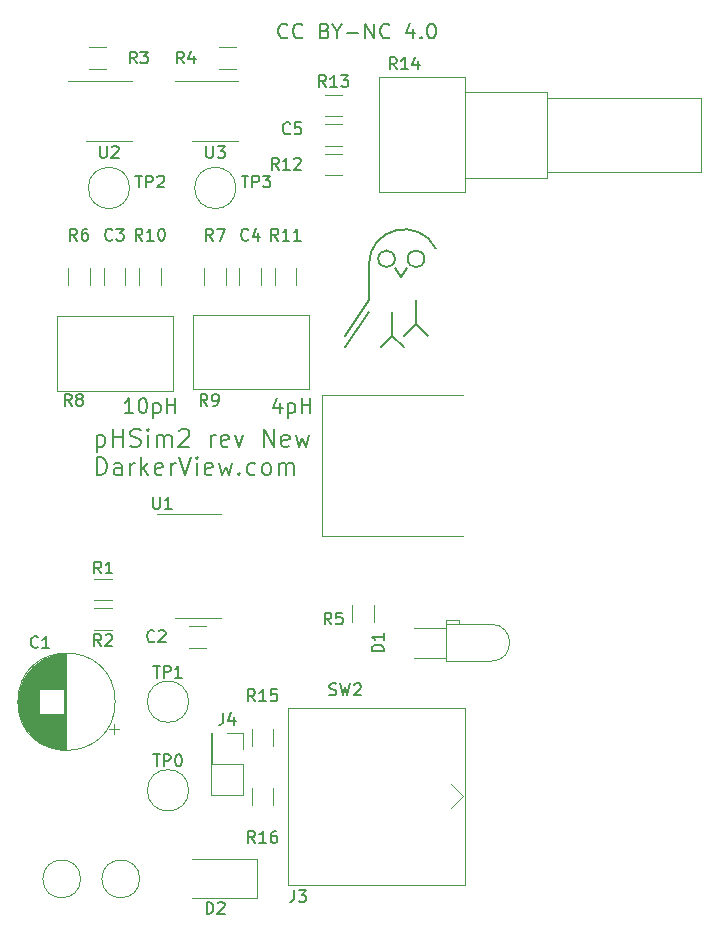
<source format=gbr>
%TF.GenerationSoftware,KiCad,Pcbnew,7.0.7*%
%TF.CreationDate,2024-05-16T13:05:52-10:00*%
%TF.ProjectId,pHSim2,70485369-6d32-42e6-9b69-6361645f7063,rev?*%
%TF.SameCoordinates,Original*%
%TF.FileFunction,Legend,Top*%
%TF.FilePolarity,Positive*%
%FSLAX46Y46*%
G04 Gerber Fmt 4.6, Leading zero omitted, Abs format (unit mm)*
G04 Created by KiCad (PCBNEW 7.0.7) date 2024-05-16 13:05:52*
%MOMM*%
%LPD*%
G01*
G04 APERTURE LIST*
%ADD10C,0.150000*%
%ADD11C,0.120000*%
%ADD12C,0.100000*%
%ADD13C,0.200000*%
G04 APERTURE END LIST*
D10*
X125110588Y-63720176D02*
X125051064Y-63779700D01*
X125051064Y-63779700D02*
X124872493Y-63839223D01*
X124872493Y-63839223D02*
X124753445Y-63839223D01*
X124753445Y-63839223D02*
X124574874Y-63779700D01*
X124574874Y-63779700D02*
X124455826Y-63660652D01*
X124455826Y-63660652D02*
X124396303Y-63541604D01*
X124396303Y-63541604D02*
X124336779Y-63303509D01*
X124336779Y-63303509D02*
X124336779Y-63124938D01*
X124336779Y-63124938D02*
X124396303Y-62886842D01*
X124396303Y-62886842D02*
X124455826Y-62767795D01*
X124455826Y-62767795D02*
X124574874Y-62648747D01*
X124574874Y-62648747D02*
X124753445Y-62589223D01*
X124753445Y-62589223D02*
X124872493Y-62589223D01*
X124872493Y-62589223D02*
X125051064Y-62648747D01*
X125051064Y-62648747D02*
X125110588Y-62708271D01*
X126360588Y-63720176D02*
X126301064Y-63779700D01*
X126301064Y-63779700D02*
X126122493Y-63839223D01*
X126122493Y-63839223D02*
X126003445Y-63839223D01*
X126003445Y-63839223D02*
X125824874Y-63779700D01*
X125824874Y-63779700D02*
X125705826Y-63660652D01*
X125705826Y-63660652D02*
X125646303Y-63541604D01*
X125646303Y-63541604D02*
X125586779Y-63303509D01*
X125586779Y-63303509D02*
X125586779Y-63124938D01*
X125586779Y-63124938D02*
X125646303Y-62886842D01*
X125646303Y-62886842D02*
X125705826Y-62767795D01*
X125705826Y-62767795D02*
X125824874Y-62648747D01*
X125824874Y-62648747D02*
X126003445Y-62589223D01*
X126003445Y-62589223D02*
X126122493Y-62589223D01*
X126122493Y-62589223D02*
X126301064Y-62648747D01*
X126301064Y-62648747D02*
X126360588Y-62708271D01*
X128265350Y-63184461D02*
X128443922Y-63243985D01*
X128443922Y-63243985D02*
X128503445Y-63303509D01*
X128503445Y-63303509D02*
X128562969Y-63422557D01*
X128562969Y-63422557D02*
X128562969Y-63601128D01*
X128562969Y-63601128D02*
X128503445Y-63720176D01*
X128503445Y-63720176D02*
X128443922Y-63779700D01*
X128443922Y-63779700D02*
X128324874Y-63839223D01*
X128324874Y-63839223D02*
X127848684Y-63839223D01*
X127848684Y-63839223D02*
X127848684Y-62589223D01*
X127848684Y-62589223D02*
X128265350Y-62589223D01*
X128265350Y-62589223D02*
X128384398Y-62648747D01*
X128384398Y-62648747D02*
X128443922Y-62708271D01*
X128443922Y-62708271D02*
X128503445Y-62827319D01*
X128503445Y-62827319D02*
X128503445Y-62946366D01*
X128503445Y-62946366D02*
X128443922Y-63065414D01*
X128443922Y-63065414D02*
X128384398Y-63124938D01*
X128384398Y-63124938D02*
X128265350Y-63184461D01*
X128265350Y-63184461D02*
X127848684Y-63184461D01*
X129336779Y-63243985D02*
X129336779Y-63839223D01*
X128920112Y-62589223D02*
X129336779Y-63243985D01*
X129336779Y-63243985D02*
X129753445Y-62589223D01*
X130170113Y-63363033D02*
X131122494Y-63363033D01*
X131717732Y-63839223D02*
X131717732Y-62589223D01*
X131717732Y-62589223D02*
X132432017Y-63839223D01*
X132432017Y-63839223D02*
X132432017Y-62589223D01*
X133741541Y-63720176D02*
X133682017Y-63779700D01*
X133682017Y-63779700D02*
X133503446Y-63839223D01*
X133503446Y-63839223D02*
X133384398Y-63839223D01*
X133384398Y-63839223D02*
X133205827Y-63779700D01*
X133205827Y-63779700D02*
X133086779Y-63660652D01*
X133086779Y-63660652D02*
X133027256Y-63541604D01*
X133027256Y-63541604D02*
X132967732Y-63303509D01*
X132967732Y-63303509D02*
X132967732Y-63124938D01*
X132967732Y-63124938D02*
X133027256Y-62886842D01*
X133027256Y-62886842D02*
X133086779Y-62767795D01*
X133086779Y-62767795D02*
X133205827Y-62648747D01*
X133205827Y-62648747D02*
X133384398Y-62589223D01*
X133384398Y-62589223D02*
X133503446Y-62589223D01*
X133503446Y-62589223D02*
X133682017Y-62648747D01*
X133682017Y-62648747D02*
X133741541Y-62708271D01*
X135765351Y-63005890D02*
X135765351Y-63839223D01*
X135467732Y-62529700D02*
X135170113Y-63422557D01*
X135170113Y-63422557D02*
X135943922Y-63422557D01*
X136420113Y-63720176D02*
X136479636Y-63779700D01*
X136479636Y-63779700D02*
X136420113Y-63839223D01*
X136420113Y-63839223D02*
X136360589Y-63779700D01*
X136360589Y-63779700D02*
X136420113Y-63720176D01*
X136420113Y-63720176D02*
X136420113Y-63839223D01*
X137253446Y-62589223D02*
X137372493Y-62589223D01*
X137372493Y-62589223D02*
X137491541Y-62648747D01*
X137491541Y-62648747D02*
X137551065Y-62708271D01*
X137551065Y-62708271D02*
X137610589Y-62827319D01*
X137610589Y-62827319D02*
X137670112Y-63065414D01*
X137670112Y-63065414D02*
X137670112Y-63363033D01*
X137670112Y-63363033D02*
X137610589Y-63601128D01*
X137610589Y-63601128D02*
X137551065Y-63720176D01*
X137551065Y-63720176D02*
X137491541Y-63779700D01*
X137491541Y-63779700D02*
X137372493Y-63839223D01*
X137372493Y-63839223D02*
X137253446Y-63839223D01*
X137253446Y-63839223D02*
X137134398Y-63779700D01*
X137134398Y-63779700D02*
X137074874Y-63720176D01*
X137074874Y-63720176D02*
X137015351Y-63601128D01*
X137015351Y-63601128D02*
X136955827Y-63363033D01*
X136955827Y-63363033D02*
X136955827Y-63065414D01*
X136955827Y-63065414D02*
X137015351Y-62827319D01*
X137015351Y-62827319D02*
X137074874Y-62708271D01*
X137074874Y-62708271D02*
X137134398Y-62648747D01*
X137134398Y-62648747D02*
X137253446Y-62589223D01*
X108955826Y-97393628D02*
X108955826Y-98893628D01*
X108955826Y-97465057D02*
X109098684Y-97393628D01*
X109098684Y-97393628D02*
X109384398Y-97393628D01*
X109384398Y-97393628D02*
X109527255Y-97465057D01*
X109527255Y-97465057D02*
X109598684Y-97536485D01*
X109598684Y-97536485D02*
X109670112Y-97679342D01*
X109670112Y-97679342D02*
X109670112Y-98107914D01*
X109670112Y-98107914D02*
X109598684Y-98250771D01*
X109598684Y-98250771D02*
X109527255Y-98322200D01*
X109527255Y-98322200D02*
X109384398Y-98393628D01*
X109384398Y-98393628D02*
X109098684Y-98393628D01*
X109098684Y-98393628D02*
X108955826Y-98322200D01*
X110312969Y-98393628D02*
X110312969Y-96893628D01*
X110312969Y-97607914D02*
X111170112Y-97607914D01*
X111170112Y-98393628D02*
X111170112Y-96893628D01*
X111812970Y-98322200D02*
X112027256Y-98393628D01*
X112027256Y-98393628D02*
X112384398Y-98393628D01*
X112384398Y-98393628D02*
X112527256Y-98322200D01*
X112527256Y-98322200D02*
X112598684Y-98250771D01*
X112598684Y-98250771D02*
X112670113Y-98107914D01*
X112670113Y-98107914D02*
X112670113Y-97965057D01*
X112670113Y-97965057D02*
X112598684Y-97822200D01*
X112598684Y-97822200D02*
X112527256Y-97750771D01*
X112527256Y-97750771D02*
X112384398Y-97679342D01*
X112384398Y-97679342D02*
X112098684Y-97607914D01*
X112098684Y-97607914D02*
X111955827Y-97536485D01*
X111955827Y-97536485D02*
X111884398Y-97465057D01*
X111884398Y-97465057D02*
X111812970Y-97322200D01*
X111812970Y-97322200D02*
X111812970Y-97179342D01*
X111812970Y-97179342D02*
X111884398Y-97036485D01*
X111884398Y-97036485D02*
X111955827Y-96965057D01*
X111955827Y-96965057D02*
X112098684Y-96893628D01*
X112098684Y-96893628D02*
X112455827Y-96893628D01*
X112455827Y-96893628D02*
X112670113Y-96965057D01*
X113312969Y-98393628D02*
X113312969Y-97393628D01*
X113312969Y-96893628D02*
X113241541Y-96965057D01*
X113241541Y-96965057D02*
X113312969Y-97036485D01*
X113312969Y-97036485D02*
X113384398Y-96965057D01*
X113384398Y-96965057D02*
X113312969Y-96893628D01*
X113312969Y-96893628D02*
X113312969Y-97036485D01*
X114027255Y-98393628D02*
X114027255Y-97393628D01*
X114027255Y-97536485D02*
X114098684Y-97465057D01*
X114098684Y-97465057D02*
X114241541Y-97393628D01*
X114241541Y-97393628D02*
X114455827Y-97393628D01*
X114455827Y-97393628D02*
X114598684Y-97465057D01*
X114598684Y-97465057D02*
X114670113Y-97607914D01*
X114670113Y-97607914D02*
X114670113Y-98393628D01*
X114670113Y-97607914D02*
X114741541Y-97465057D01*
X114741541Y-97465057D02*
X114884398Y-97393628D01*
X114884398Y-97393628D02*
X115098684Y-97393628D01*
X115098684Y-97393628D02*
X115241541Y-97465057D01*
X115241541Y-97465057D02*
X115312970Y-97607914D01*
X115312970Y-97607914D02*
X115312970Y-98393628D01*
X115955827Y-97036485D02*
X116027255Y-96965057D01*
X116027255Y-96965057D02*
X116170113Y-96893628D01*
X116170113Y-96893628D02*
X116527255Y-96893628D01*
X116527255Y-96893628D02*
X116670113Y-96965057D01*
X116670113Y-96965057D02*
X116741541Y-97036485D01*
X116741541Y-97036485D02*
X116812970Y-97179342D01*
X116812970Y-97179342D02*
X116812970Y-97322200D01*
X116812970Y-97322200D02*
X116741541Y-97536485D01*
X116741541Y-97536485D02*
X115884398Y-98393628D01*
X115884398Y-98393628D02*
X116812970Y-98393628D01*
X118598683Y-98393628D02*
X118598683Y-97393628D01*
X118598683Y-97679342D02*
X118670112Y-97536485D01*
X118670112Y-97536485D02*
X118741541Y-97465057D01*
X118741541Y-97465057D02*
X118884398Y-97393628D01*
X118884398Y-97393628D02*
X119027255Y-97393628D01*
X120098683Y-98322200D02*
X119955826Y-98393628D01*
X119955826Y-98393628D02*
X119670112Y-98393628D01*
X119670112Y-98393628D02*
X119527254Y-98322200D01*
X119527254Y-98322200D02*
X119455826Y-98179342D01*
X119455826Y-98179342D02*
X119455826Y-97607914D01*
X119455826Y-97607914D02*
X119527254Y-97465057D01*
X119527254Y-97465057D02*
X119670112Y-97393628D01*
X119670112Y-97393628D02*
X119955826Y-97393628D01*
X119955826Y-97393628D02*
X120098683Y-97465057D01*
X120098683Y-97465057D02*
X120170112Y-97607914D01*
X120170112Y-97607914D02*
X120170112Y-97750771D01*
X120170112Y-97750771D02*
X119455826Y-97893628D01*
X120670111Y-97393628D02*
X121027254Y-98393628D01*
X121027254Y-98393628D02*
X121384397Y-97393628D01*
X123098682Y-98393628D02*
X123098682Y-96893628D01*
X123098682Y-96893628D02*
X123955825Y-98393628D01*
X123955825Y-98393628D02*
X123955825Y-96893628D01*
X125241540Y-98322200D02*
X125098683Y-98393628D01*
X125098683Y-98393628D02*
X124812969Y-98393628D01*
X124812969Y-98393628D02*
X124670111Y-98322200D01*
X124670111Y-98322200D02*
X124598683Y-98179342D01*
X124598683Y-98179342D02*
X124598683Y-97607914D01*
X124598683Y-97607914D02*
X124670111Y-97465057D01*
X124670111Y-97465057D02*
X124812969Y-97393628D01*
X124812969Y-97393628D02*
X125098683Y-97393628D01*
X125098683Y-97393628D02*
X125241540Y-97465057D01*
X125241540Y-97465057D02*
X125312969Y-97607914D01*
X125312969Y-97607914D02*
X125312969Y-97750771D01*
X125312969Y-97750771D02*
X124598683Y-97893628D01*
X125812968Y-97393628D02*
X126098683Y-98393628D01*
X126098683Y-98393628D02*
X126384397Y-97679342D01*
X126384397Y-97679342D02*
X126670111Y-98393628D01*
X126670111Y-98393628D02*
X126955825Y-97393628D01*
X108955826Y-100808628D02*
X108955826Y-99308628D01*
X108955826Y-99308628D02*
X109312969Y-99308628D01*
X109312969Y-99308628D02*
X109527255Y-99380057D01*
X109527255Y-99380057D02*
X109670112Y-99522914D01*
X109670112Y-99522914D02*
X109741541Y-99665771D01*
X109741541Y-99665771D02*
X109812969Y-99951485D01*
X109812969Y-99951485D02*
X109812969Y-100165771D01*
X109812969Y-100165771D02*
X109741541Y-100451485D01*
X109741541Y-100451485D02*
X109670112Y-100594342D01*
X109670112Y-100594342D02*
X109527255Y-100737200D01*
X109527255Y-100737200D02*
X109312969Y-100808628D01*
X109312969Y-100808628D02*
X108955826Y-100808628D01*
X111098684Y-100808628D02*
X111098684Y-100022914D01*
X111098684Y-100022914D02*
X111027255Y-99880057D01*
X111027255Y-99880057D02*
X110884398Y-99808628D01*
X110884398Y-99808628D02*
X110598684Y-99808628D01*
X110598684Y-99808628D02*
X110455826Y-99880057D01*
X111098684Y-100737200D02*
X110955826Y-100808628D01*
X110955826Y-100808628D02*
X110598684Y-100808628D01*
X110598684Y-100808628D02*
X110455826Y-100737200D01*
X110455826Y-100737200D02*
X110384398Y-100594342D01*
X110384398Y-100594342D02*
X110384398Y-100451485D01*
X110384398Y-100451485D02*
X110455826Y-100308628D01*
X110455826Y-100308628D02*
X110598684Y-100237200D01*
X110598684Y-100237200D02*
X110955826Y-100237200D01*
X110955826Y-100237200D02*
X111098684Y-100165771D01*
X111812969Y-100808628D02*
X111812969Y-99808628D01*
X111812969Y-100094342D02*
X111884398Y-99951485D01*
X111884398Y-99951485D02*
X111955827Y-99880057D01*
X111955827Y-99880057D02*
X112098684Y-99808628D01*
X112098684Y-99808628D02*
X112241541Y-99808628D01*
X112741540Y-100808628D02*
X112741540Y-99308628D01*
X112884398Y-100237200D02*
X113312969Y-100808628D01*
X113312969Y-99808628D02*
X112741540Y-100380057D01*
X114527255Y-100737200D02*
X114384398Y-100808628D01*
X114384398Y-100808628D02*
X114098684Y-100808628D01*
X114098684Y-100808628D02*
X113955826Y-100737200D01*
X113955826Y-100737200D02*
X113884398Y-100594342D01*
X113884398Y-100594342D02*
X113884398Y-100022914D01*
X113884398Y-100022914D02*
X113955826Y-99880057D01*
X113955826Y-99880057D02*
X114098684Y-99808628D01*
X114098684Y-99808628D02*
X114384398Y-99808628D01*
X114384398Y-99808628D02*
X114527255Y-99880057D01*
X114527255Y-99880057D02*
X114598684Y-100022914D01*
X114598684Y-100022914D02*
X114598684Y-100165771D01*
X114598684Y-100165771D02*
X113884398Y-100308628D01*
X115241540Y-100808628D02*
X115241540Y-99808628D01*
X115241540Y-100094342D02*
X115312969Y-99951485D01*
X115312969Y-99951485D02*
X115384398Y-99880057D01*
X115384398Y-99880057D02*
X115527255Y-99808628D01*
X115527255Y-99808628D02*
X115670112Y-99808628D01*
X115955826Y-99308628D02*
X116455826Y-100808628D01*
X116455826Y-100808628D02*
X116955826Y-99308628D01*
X117455825Y-100808628D02*
X117455825Y-99808628D01*
X117455825Y-99308628D02*
X117384397Y-99380057D01*
X117384397Y-99380057D02*
X117455825Y-99451485D01*
X117455825Y-99451485D02*
X117527254Y-99380057D01*
X117527254Y-99380057D02*
X117455825Y-99308628D01*
X117455825Y-99308628D02*
X117455825Y-99451485D01*
X118741540Y-100737200D02*
X118598683Y-100808628D01*
X118598683Y-100808628D02*
X118312969Y-100808628D01*
X118312969Y-100808628D02*
X118170111Y-100737200D01*
X118170111Y-100737200D02*
X118098683Y-100594342D01*
X118098683Y-100594342D02*
X118098683Y-100022914D01*
X118098683Y-100022914D02*
X118170111Y-99880057D01*
X118170111Y-99880057D02*
X118312969Y-99808628D01*
X118312969Y-99808628D02*
X118598683Y-99808628D01*
X118598683Y-99808628D02*
X118741540Y-99880057D01*
X118741540Y-99880057D02*
X118812969Y-100022914D01*
X118812969Y-100022914D02*
X118812969Y-100165771D01*
X118812969Y-100165771D02*
X118098683Y-100308628D01*
X119312968Y-99808628D02*
X119598683Y-100808628D01*
X119598683Y-100808628D02*
X119884397Y-100094342D01*
X119884397Y-100094342D02*
X120170111Y-100808628D01*
X120170111Y-100808628D02*
X120455825Y-99808628D01*
X121027254Y-100665771D02*
X121098683Y-100737200D01*
X121098683Y-100737200D02*
X121027254Y-100808628D01*
X121027254Y-100808628D02*
X120955826Y-100737200D01*
X120955826Y-100737200D02*
X121027254Y-100665771D01*
X121027254Y-100665771D02*
X121027254Y-100808628D01*
X122384398Y-100737200D02*
X122241540Y-100808628D01*
X122241540Y-100808628D02*
X121955826Y-100808628D01*
X121955826Y-100808628D02*
X121812969Y-100737200D01*
X121812969Y-100737200D02*
X121741540Y-100665771D01*
X121741540Y-100665771D02*
X121670112Y-100522914D01*
X121670112Y-100522914D02*
X121670112Y-100094342D01*
X121670112Y-100094342D02*
X121741540Y-99951485D01*
X121741540Y-99951485D02*
X121812969Y-99880057D01*
X121812969Y-99880057D02*
X121955826Y-99808628D01*
X121955826Y-99808628D02*
X122241540Y-99808628D01*
X122241540Y-99808628D02*
X122384398Y-99880057D01*
X123241540Y-100808628D02*
X123098683Y-100737200D01*
X123098683Y-100737200D02*
X123027254Y-100665771D01*
X123027254Y-100665771D02*
X122955826Y-100522914D01*
X122955826Y-100522914D02*
X122955826Y-100094342D01*
X122955826Y-100094342D02*
X123027254Y-99951485D01*
X123027254Y-99951485D02*
X123098683Y-99880057D01*
X123098683Y-99880057D02*
X123241540Y-99808628D01*
X123241540Y-99808628D02*
X123455826Y-99808628D01*
X123455826Y-99808628D02*
X123598683Y-99880057D01*
X123598683Y-99880057D02*
X123670112Y-99951485D01*
X123670112Y-99951485D02*
X123741540Y-100094342D01*
X123741540Y-100094342D02*
X123741540Y-100522914D01*
X123741540Y-100522914D02*
X123670112Y-100665771D01*
X123670112Y-100665771D02*
X123598683Y-100737200D01*
X123598683Y-100737200D02*
X123455826Y-100808628D01*
X123455826Y-100808628D02*
X123241540Y-100808628D01*
X124384397Y-100808628D02*
X124384397Y-99808628D01*
X124384397Y-99951485D02*
X124455826Y-99880057D01*
X124455826Y-99880057D02*
X124598683Y-99808628D01*
X124598683Y-99808628D02*
X124812969Y-99808628D01*
X124812969Y-99808628D02*
X124955826Y-99880057D01*
X124955826Y-99880057D02*
X125027255Y-100022914D01*
X125027255Y-100022914D02*
X125027255Y-100808628D01*
X125027255Y-100022914D02*
X125098683Y-99880057D01*
X125098683Y-99880057D02*
X125241540Y-99808628D01*
X125241540Y-99808628D02*
X125455826Y-99808628D01*
X125455826Y-99808628D02*
X125598683Y-99880057D01*
X125598683Y-99880057D02*
X125670112Y-100022914D01*
X125670112Y-100022914D02*
X125670112Y-100808628D01*
X118333333Y-94954819D02*
X118000000Y-94478628D01*
X117761905Y-94954819D02*
X117761905Y-93954819D01*
X117761905Y-93954819D02*
X118142857Y-93954819D01*
X118142857Y-93954819D02*
X118238095Y-94002438D01*
X118238095Y-94002438D02*
X118285714Y-94050057D01*
X118285714Y-94050057D02*
X118333333Y-94145295D01*
X118333333Y-94145295D02*
X118333333Y-94288152D01*
X118333333Y-94288152D02*
X118285714Y-94383390D01*
X118285714Y-94383390D02*
X118238095Y-94431009D01*
X118238095Y-94431009D02*
X118142857Y-94478628D01*
X118142857Y-94478628D02*
X117761905Y-94478628D01*
X118809524Y-94954819D02*
X119000000Y-94954819D01*
X119000000Y-94954819D02*
X119095238Y-94907200D01*
X119095238Y-94907200D02*
X119142857Y-94859580D01*
X119142857Y-94859580D02*
X119238095Y-94716723D01*
X119238095Y-94716723D02*
X119285714Y-94526247D01*
X119285714Y-94526247D02*
X119285714Y-94145295D01*
X119285714Y-94145295D02*
X119238095Y-94050057D01*
X119238095Y-94050057D02*
X119190476Y-94002438D01*
X119190476Y-94002438D02*
X119095238Y-93954819D01*
X119095238Y-93954819D02*
X118904762Y-93954819D01*
X118904762Y-93954819D02*
X118809524Y-94002438D01*
X118809524Y-94002438D02*
X118761905Y-94050057D01*
X118761905Y-94050057D02*
X118714286Y-94145295D01*
X118714286Y-94145295D02*
X118714286Y-94383390D01*
X118714286Y-94383390D02*
X118761905Y-94478628D01*
X118761905Y-94478628D02*
X118809524Y-94526247D01*
X118809524Y-94526247D02*
X118904762Y-94573866D01*
X118904762Y-94573866D02*
X119095238Y-94573866D01*
X119095238Y-94573866D02*
X119190476Y-94526247D01*
X119190476Y-94526247D02*
X119238095Y-94478628D01*
X119238095Y-94478628D02*
X119285714Y-94383390D01*
X124517857Y-94737140D02*
X124517857Y-95570473D01*
X124220238Y-94260950D02*
X123922619Y-95153807D01*
X123922619Y-95153807D02*
X124696428Y-95153807D01*
X125172619Y-94737140D02*
X125172619Y-95987140D01*
X125172619Y-94796664D02*
X125291666Y-94737140D01*
X125291666Y-94737140D02*
X125529761Y-94737140D01*
X125529761Y-94737140D02*
X125648809Y-94796664D01*
X125648809Y-94796664D02*
X125708333Y-94856188D01*
X125708333Y-94856188D02*
X125767857Y-94975235D01*
X125767857Y-94975235D02*
X125767857Y-95332378D01*
X125767857Y-95332378D02*
X125708333Y-95451426D01*
X125708333Y-95451426D02*
X125648809Y-95510950D01*
X125648809Y-95510950D02*
X125529761Y-95570473D01*
X125529761Y-95570473D02*
X125291666Y-95570473D01*
X125291666Y-95570473D02*
X125172619Y-95510950D01*
X126303571Y-95570473D02*
X126303571Y-94320473D01*
X126303571Y-94915711D02*
X127017856Y-94915711D01*
X127017856Y-95570473D02*
X127017856Y-94320473D01*
X106833333Y-94954819D02*
X106500000Y-94478628D01*
X106261905Y-94954819D02*
X106261905Y-93954819D01*
X106261905Y-93954819D02*
X106642857Y-93954819D01*
X106642857Y-93954819D02*
X106738095Y-94002438D01*
X106738095Y-94002438D02*
X106785714Y-94050057D01*
X106785714Y-94050057D02*
X106833333Y-94145295D01*
X106833333Y-94145295D02*
X106833333Y-94288152D01*
X106833333Y-94288152D02*
X106785714Y-94383390D01*
X106785714Y-94383390D02*
X106738095Y-94431009D01*
X106738095Y-94431009D02*
X106642857Y-94478628D01*
X106642857Y-94478628D02*
X106261905Y-94478628D01*
X107404762Y-94383390D02*
X107309524Y-94335771D01*
X107309524Y-94335771D02*
X107261905Y-94288152D01*
X107261905Y-94288152D02*
X107214286Y-94192914D01*
X107214286Y-94192914D02*
X107214286Y-94145295D01*
X107214286Y-94145295D02*
X107261905Y-94050057D01*
X107261905Y-94050057D02*
X107309524Y-94002438D01*
X107309524Y-94002438D02*
X107404762Y-93954819D01*
X107404762Y-93954819D02*
X107595238Y-93954819D01*
X107595238Y-93954819D02*
X107690476Y-94002438D01*
X107690476Y-94002438D02*
X107738095Y-94050057D01*
X107738095Y-94050057D02*
X107785714Y-94145295D01*
X107785714Y-94145295D02*
X107785714Y-94192914D01*
X107785714Y-94192914D02*
X107738095Y-94288152D01*
X107738095Y-94288152D02*
X107690476Y-94335771D01*
X107690476Y-94335771D02*
X107595238Y-94383390D01*
X107595238Y-94383390D02*
X107404762Y-94383390D01*
X107404762Y-94383390D02*
X107309524Y-94431009D01*
X107309524Y-94431009D02*
X107261905Y-94478628D01*
X107261905Y-94478628D02*
X107214286Y-94573866D01*
X107214286Y-94573866D02*
X107214286Y-94764342D01*
X107214286Y-94764342D02*
X107261905Y-94859580D01*
X107261905Y-94859580D02*
X107309524Y-94907200D01*
X107309524Y-94907200D02*
X107404762Y-94954819D01*
X107404762Y-94954819D02*
X107595238Y-94954819D01*
X107595238Y-94954819D02*
X107690476Y-94907200D01*
X107690476Y-94907200D02*
X107738095Y-94859580D01*
X107738095Y-94859580D02*
X107785714Y-94764342D01*
X107785714Y-94764342D02*
X107785714Y-94573866D01*
X107785714Y-94573866D02*
X107738095Y-94478628D01*
X107738095Y-94478628D02*
X107690476Y-94431009D01*
X107690476Y-94431009D02*
X107595238Y-94383390D01*
X112041666Y-95570473D02*
X111327381Y-95570473D01*
X111684524Y-95570473D02*
X111684524Y-94320473D01*
X111684524Y-94320473D02*
X111565476Y-94499045D01*
X111565476Y-94499045D02*
X111446428Y-94618092D01*
X111446428Y-94618092D02*
X111327381Y-94677616D01*
X112815476Y-94320473D02*
X112934523Y-94320473D01*
X112934523Y-94320473D02*
X113053571Y-94379997D01*
X113053571Y-94379997D02*
X113113095Y-94439521D01*
X113113095Y-94439521D02*
X113172619Y-94558569D01*
X113172619Y-94558569D02*
X113232142Y-94796664D01*
X113232142Y-94796664D02*
X113232142Y-95094283D01*
X113232142Y-95094283D02*
X113172619Y-95332378D01*
X113172619Y-95332378D02*
X113113095Y-95451426D01*
X113113095Y-95451426D02*
X113053571Y-95510950D01*
X113053571Y-95510950D02*
X112934523Y-95570473D01*
X112934523Y-95570473D02*
X112815476Y-95570473D01*
X112815476Y-95570473D02*
X112696428Y-95510950D01*
X112696428Y-95510950D02*
X112636904Y-95451426D01*
X112636904Y-95451426D02*
X112577381Y-95332378D01*
X112577381Y-95332378D02*
X112517857Y-95094283D01*
X112517857Y-95094283D02*
X112517857Y-94796664D01*
X112517857Y-94796664D02*
X112577381Y-94558569D01*
X112577381Y-94558569D02*
X112636904Y-94439521D01*
X112636904Y-94439521D02*
X112696428Y-94379997D01*
X112696428Y-94379997D02*
X112815476Y-94320473D01*
X113767857Y-94737140D02*
X113767857Y-95987140D01*
X113767857Y-94796664D02*
X113886904Y-94737140D01*
X113886904Y-94737140D02*
X114124999Y-94737140D01*
X114124999Y-94737140D02*
X114244047Y-94796664D01*
X114244047Y-94796664D02*
X114303571Y-94856188D01*
X114303571Y-94856188D02*
X114363095Y-94975235D01*
X114363095Y-94975235D02*
X114363095Y-95332378D01*
X114363095Y-95332378D02*
X114303571Y-95451426D01*
X114303571Y-95451426D02*
X114244047Y-95510950D01*
X114244047Y-95510950D02*
X114124999Y-95570473D01*
X114124999Y-95570473D02*
X113886904Y-95570473D01*
X113886904Y-95570473D02*
X113767857Y-95510950D01*
X114898809Y-95570473D02*
X114898809Y-94320473D01*
X114898809Y-94915711D02*
X115613094Y-94915711D01*
X115613094Y-95570473D02*
X115613094Y-94320473D01*
X119666666Y-120954819D02*
X119666666Y-121669104D01*
X119666666Y-121669104D02*
X119619047Y-121811961D01*
X119619047Y-121811961D02*
X119523809Y-121907200D01*
X119523809Y-121907200D02*
X119380952Y-121954819D01*
X119380952Y-121954819D02*
X119285714Y-121954819D01*
X120571428Y-121288152D02*
X120571428Y-121954819D01*
X120333333Y-120907200D02*
X120095238Y-121621485D01*
X120095238Y-121621485D02*
X120714285Y-121621485D01*
X122357142Y-131954819D02*
X122023809Y-131478628D01*
X121785714Y-131954819D02*
X121785714Y-130954819D01*
X121785714Y-130954819D02*
X122166666Y-130954819D01*
X122166666Y-130954819D02*
X122261904Y-131002438D01*
X122261904Y-131002438D02*
X122309523Y-131050057D01*
X122309523Y-131050057D02*
X122357142Y-131145295D01*
X122357142Y-131145295D02*
X122357142Y-131288152D01*
X122357142Y-131288152D02*
X122309523Y-131383390D01*
X122309523Y-131383390D02*
X122261904Y-131431009D01*
X122261904Y-131431009D02*
X122166666Y-131478628D01*
X122166666Y-131478628D02*
X121785714Y-131478628D01*
X123309523Y-131954819D02*
X122738095Y-131954819D01*
X123023809Y-131954819D02*
X123023809Y-130954819D01*
X123023809Y-130954819D02*
X122928571Y-131097676D01*
X122928571Y-131097676D02*
X122833333Y-131192914D01*
X122833333Y-131192914D02*
X122738095Y-131240533D01*
X124166666Y-130954819D02*
X123976190Y-130954819D01*
X123976190Y-130954819D02*
X123880952Y-131002438D01*
X123880952Y-131002438D02*
X123833333Y-131050057D01*
X123833333Y-131050057D02*
X123738095Y-131192914D01*
X123738095Y-131192914D02*
X123690476Y-131383390D01*
X123690476Y-131383390D02*
X123690476Y-131764342D01*
X123690476Y-131764342D02*
X123738095Y-131859580D01*
X123738095Y-131859580D02*
X123785714Y-131907200D01*
X123785714Y-131907200D02*
X123880952Y-131954819D01*
X123880952Y-131954819D02*
X124071428Y-131954819D01*
X124071428Y-131954819D02*
X124166666Y-131907200D01*
X124166666Y-131907200D02*
X124214285Y-131859580D01*
X124214285Y-131859580D02*
X124261904Y-131764342D01*
X124261904Y-131764342D02*
X124261904Y-131526247D01*
X124261904Y-131526247D02*
X124214285Y-131431009D01*
X124214285Y-131431009D02*
X124166666Y-131383390D01*
X124166666Y-131383390D02*
X124071428Y-131335771D01*
X124071428Y-131335771D02*
X123880952Y-131335771D01*
X123880952Y-131335771D02*
X123785714Y-131383390D01*
X123785714Y-131383390D02*
X123738095Y-131431009D01*
X123738095Y-131431009D02*
X123690476Y-131526247D01*
X133244819Y-115743094D02*
X132244819Y-115743094D01*
X132244819Y-115743094D02*
X132244819Y-115504999D01*
X132244819Y-115504999D02*
X132292438Y-115362142D01*
X132292438Y-115362142D02*
X132387676Y-115266904D01*
X132387676Y-115266904D02*
X132482914Y-115219285D01*
X132482914Y-115219285D02*
X132673390Y-115171666D01*
X132673390Y-115171666D02*
X132816247Y-115171666D01*
X132816247Y-115171666D02*
X133006723Y-115219285D01*
X133006723Y-115219285D02*
X133101961Y-115266904D01*
X133101961Y-115266904D02*
X133197200Y-115362142D01*
X133197200Y-115362142D02*
X133244819Y-115504999D01*
X133244819Y-115504999D02*
X133244819Y-115743094D01*
X133244819Y-114219285D02*
X133244819Y-114790713D01*
X133244819Y-114504999D02*
X132244819Y-114504999D01*
X132244819Y-114504999D02*
X132387676Y-114600237D01*
X132387676Y-114600237D02*
X132482914Y-114695475D01*
X132482914Y-114695475D02*
X132530533Y-114790713D01*
X118238095Y-72954819D02*
X118238095Y-73764342D01*
X118238095Y-73764342D02*
X118285714Y-73859580D01*
X118285714Y-73859580D02*
X118333333Y-73907200D01*
X118333333Y-73907200D02*
X118428571Y-73954819D01*
X118428571Y-73954819D02*
X118619047Y-73954819D01*
X118619047Y-73954819D02*
X118714285Y-73907200D01*
X118714285Y-73907200D02*
X118761904Y-73859580D01*
X118761904Y-73859580D02*
X118809523Y-73764342D01*
X118809523Y-73764342D02*
X118809523Y-72954819D01*
X119190476Y-72954819D02*
X119809523Y-72954819D01*
X119809523Y-72954819D02*
X119476190Y-73335771D01*
X119476190Y-73335771D02*
X119619047Y-73335771D01*
X119619047Y-73335771D02*
X119714285Y-73383390D01*
X119714285Y-73383390D02*
X119761904Y-73431009D01*
X119761904Y-73431009D02*
X119809523Y-73526247D01*
X119809523Y-73526247D02*
X119809523Y-73764342D01*
X119809523Y-73764342D02*
X119761904Y-73859580D01*
X119761904Y-73859580D02*
X119714285Y-73907200D01*
X119714285Y-73907200D02*
X119619047Y-73954819D01*
X119619047Y-73954819D02*
X119333333Y-73954819D01*
X119333333Y-73954819D02*
X119238095Y-73907200D01*
X119238095Y-73907200D02*
X119190476Y-73859580D01*
X128833333Y-113454819D02*
X128500000Y-112978628D01*
X128261905Y-113454819D02*
X128261905Y-112454819D01*
X128261905Y-112454819D02*
X128642857Y-112454819D01*
X128642857Y-112454819D02*
X128738095Y-112502438D01*
X128738095Y-112502438D02*
X128785714Y-112550057D01*
X128785714Y-112550057D02*
X128833333Y-112645295D01*
X128833333Y-112645295D02*
X128833333Y-112788152D01*
X128833333Y-112788152D02*
X128785714Y-112883390D01*
X128785714Y-112883390D02*
X128738095Y-112931009D01*
X128738095Y-112931009D02*
X128642857Y-112978628D01*
X128642857Y-112978628D02*
X128261905Y-112978628D01*
X129738095Y-112454819D02*
X129261905Y-112454819D01*
X129261905Y-112454819D02*
X129214286Y-112931009D01*
X129214286Y-112931009D02*
X129261905Y-112883390D01*
X129261905Y-112883390D02*
X129357143Y-112835771D01*
X129357143Y-112835771D02*
X129595238Y-112835771D01*
X129595238Y-112835771D02*
X129690476Y-112883390D01*
X129690476Y-112883390D02*
X129738095Y-112931009D01*
X129738095Y-112931009D02*
X129785714Y-113026247D01*
X129785714Y-113026247D02*
X129785714Y-113264342D01*
X129785714Y-113264342D02*
X129738095Y-113359580D01*
X129738095Y-113359580D02*
X129690476Y-113407200D01*
X129690476Y-113407200D02*
X129595238Y-113454819D01*
X129595238Y-113454819D02*
X129357143Y-113454819D01*
X129357143Y-113454819D02*
X129261905Y-113407200D01*
X129261905Y-113407200D02*
X129214286Y-113359580D01*
X134357142Y-66454819D02*
X134023809Y-65978628D01*
X133785714Y-66454819D02*
X133785714Y-65454819D01*
X133785714Y-65454819D02*
X134166666Y-65454819D01*
X134166666Y-65454819D02*
X134261904Y-65502438D01*
X134261904Y-65502438D02*
X134309523Y-65550057D01*
X134309523Y-65550057D02*
X134357142Y-65645295D01*
X134357142Y-65645295D02*
X134357142Y-65788152D01*
X134357142Y-65788152D02*
X134309523Y-65883390D01*
X134309523Y-65883390D02*
X134261904Y-65931009D01*
X134261904Y-65931009D02*
X134166666Y-65978628D01*
X134166666Y-65978628D02*
X133785714Y-65978628D01*
X135309523Y-66454819D02*
X134738095Y-66454819D01*
X135023809Y-66454819D02*
X135023809Y-65454819D01*
X135023809Y-65454819D02*
X134928571Y-65597676D01*
X134928571Y-65597676D02*
X134833333Y-65692914D01*
X134833333Y-65692914D02*
X134738095Y-65740533D01*
X136166666Y-65788152D02*
X136166666Y-66454819D01*
X135928571Y-65407200D02*
X135690476Y-66121485D01*
X135690476Y-66121485D02*
X136309523Y-66121485D01*
X112238095Y-75454819D02*
X112809523Y-75454819D01*
X112523809Y-76454819D02*
X112523809Y-75454819D01*
X113142857Y-76454819D02*
X113142857Y-75454819D01*
X113142857Y-75454819D02*
X113523809Y-75454819D01*
X113523809Y-75454819D02*
X113619047Y-75502438D01*
X113619047Y-75502438D02*
X113666666Y-75550057D01*
X113666666Y-75550057D02*
X113714285Y-75645295D01*
X113714285Y-75645295D02*
X113714285Y-75788152D01*
X113714285Y-75788152D02*
X113666666Y-75883390D01*
X113666666Y-75883390D02*
X113619047Y-75931009D01*
X113619047Y-75931009D02*
X113523809Y-75978628D01*
X113523809Y-75978628D02*
X113142857Y-75978628D01*
X114095238Y-75550057D02*
X114142857Y-75502438D01*
X114142857Y-75502438D02*
X114238095Y-75454819D01*
X114238095Y-75454819D02*
X114476190Y-75454819D01*
X114476190Y-75454819D02*
X114571428Y-75502438D01*
X114571428Y-75502438D02*
X114619047Y-75550057D01*
X114619047Y-75550057D02*
X114666666Y-75645295D01*
X114666666Y-75645295D02*
X114666666Y-75740533D01*
X114666666Y-75740533D02*
X114619047Y-75883390D01*
X114619047Y-75883390D02*
X114047619Y-76454819D01*
X114047619Y-76454819D02*
X114666666Y-76454819D01*
X124357142Y-74954819D02*
X124023809Y-74478628D01*
X123785714Y-74954819D02*
X123785714Y-73954819D01*
X123785714Y-73954819D02*
X124166666Y-73954819D01*
X124166666Y-73954819D02*
X124261904Y-74002438D01*
X124261904Y-74002438D02*
X124309523Y-74050057D01*
X124309523Y-74050057D02*
X124357142Y-74145295D01*
X124357142Y-74145295D02*
X124357142Y-74288152D01*
X124357142Y-74288152D02*
X124309523Y-74383390D01*
X124309523Y-74383390D02*
X124261904Y-74431009D01*
X124261904Y-74431009D02*
X124166666Y-74478628D01*
X124166666Y-74478628D02*
X123785714Y-74478628D01*
X125309523Y-74954819D02*
X124738095Y-74954819D01*
X125023809Y-74954819D02*
X125023809Y-73954819D01*
X125023809Y-73954819D02*
X124928571Y-74097676D01*
X124928571Y-74097676D02*
X124833333Y-74192914D01*
X124833333Y-74192914D02*
X124738095Y-74240533D01*
X125690476Y-74050057D02*
X125738095Y-74002438D01*
X125738095Y-74002438D02*
X125833333Y-73954819D01*
X125833333Y-73954819D02*
X126071428Y-73954819D01*
X126071428Y-73954819D02*
X126166666Y-74002438D01*
X126166666Y-74002438D02*
X126214285Y-74050057D01*
X126214285Y-74050057D02*
X126261904Y-74145295D01*
X126261904Y-74145295D02*
X126261904Y-74240533D01*
X126261904Y-74240533D02*
X126214285Y-74383390D01*
X126214285Y-74383390D02*
X125642857Y-74954819D01*
X125642857Y-74954819D02*
X126261904Y-74954819D01*
X107293333Y-80954819D02*
X106960000Y-80478628D01*
X106721905Y-80954819D02*
X106721905Y-79954819D01*
X106721905Y-79954819D02*
X107102857Y-79954819D01*
X107102857Y-79954819D02*
X107198095Y-80002438D01*
X107198095Y-80002438D02*
X107245714Y-80050057D01*
X107245714Y-80050057D02*
X107293333Y-80145295D01*
X107293333Y-80145295D02*
X107293333Y-80288152D01*
X107293333Y-80288152D02*
X107245714Y-80383390D01*
X107245714Y-80383390D02*
X107198095Y-80431009D01*
X107198095Y-80431009D02*
X107102857Y-80478628D01*
X107102857Y-80478628D02*
X106721905Y-80478628D01*
X108150476Y-79954819D02*
X107960000Y-79954819D01*
X107960000Y-79954819D02*
X107864762Y-80002438D01*
X107864762Y-80002438D02*
X107817143Y-80050057D01*
X107817143Y-80050057D02*
X107721905Y-80192914D01*
X107721905Y-80192914D02*
X107674286Y-80383390D01*
X107674286Y-80383390D02*
X107674286Y-80764342D01*
X107674286Y-80764342D02*
X107721905Y-80859580D01*
X107721905Y-80859580D02*
X107769524Y-80907200D01*
X107769524Y-80907200D02*
X107864762Y-80954819D01*
X107864762Y-80954819D02*
X108055238Y-80954819D01*
X108055238Y-80954819D02*
X108150476Y-80907200D01*
X108150476Y-80907200D02*
X108198095Y-80859580D01*
X108198095Y-80859580D02*
X108245714Y-80764342D01*
X108245714Y-80764342D02*
X108245714Y-80526247D01*
X108245714Y-80526247D02*
X108198095Y-80431009D01*
X108198095Y-80431009D02*
X108150476Y-80383390D01*
X108150476Y-80383390D02*
X108055238Y-80335771D01*
X108055238Y-80335771D02*
X107864762Y-80335771D01*
X107864762Y-80335771D02*
X107769524Y-80383390D01*
X107769524Y-80383390D02*
X107721905Y-80431009D01*
X107721905Y-80431009D02*
X107674286Y-80526247D01*
X125333333Y-71859580D02*
X125285714Y-71907200D01*
X125285714Y-71907200D02*
X125142857Y-71954819D01*
X125142857Y-71954819D02*
X125047619Y-71954819D01*
X125047619Y-71954819D02*
X124904762Y-71907200D01*
X124904762Y-71907200D02*
X124809524Y-71811961D01*
X124809524Y-71811961D02*
X124761905Y-71716723D01*
X124761905Y-71716723D02*
X124714286Y-71526247D01*
X124714286Y-71526247D02*
X124714286Y-71383390D01*
X124714286Y-71383390D02*
X124761905Y-71192914D01*
X124761905Y-71192914D02*
X124809524Y-71097676D01*
X124809524Y-71097676D02*
X124904762Y-71002438D01*
X124904762Y-71002438D02*
X125047619Y-70954819D01*
X125047619Y-70954819D02*
X125142857Y-70954819D01*
X125142857Y-70954819D02*
X125285714Y-71002438D01*
X125285714Y-71002438D02*
X125333333Y-71050057D01*
X126238095Y-70954819D02*
X125761905Y-70954819D01*
X125761905Y-70954819D02*
X125714286Y-71431009D01*
X125714286Y-71431009D02*
X125761905Y-71383390D01*
X125761905Y-71383390D02*
X125857143Y-71335771D01*
X125857143Y-71335771D02*
X126095238Y-71335771D01*
X126095238Y-71335771D02*
X126190476Y-71383390D01*
X126190476Y-71383390D02*
X126238095Y-71431009D01*
X126238095Y-71431009D02*
X126285714Y-71526247D01*
X126285714Y-71526247D02*
X126285714Y-71764342D01*
X126285714Y-71764342D02*
X126238095Y-71859580D01*
X126238095Y-71859580D02*
X126190476Y-71907200D01*
X126190476Y-71907200D02*
X126095238Y-71954819D01*
X126095238Y-71954819D02*
X125857143Y-71954819D01*
X125857143Y-71954819D02*
X125761905Y-71907200D01*
X125761905Y-71907200D02*
X125714286Y-71859580D01*
X110293333Y-80859580D02*
X110245714Y-80907200D01*
X110245714Y-80907200D02*
X110102857Y-80954819D01*
X110102857Y-80954819D02*
X110007619Y-80954819D01*
X110007619Y-80954819D02*
X109864762Y-80907200D01*
X109864762Y-80907200D02*
X109769524Y-80811961D01*
X109769524Y-80811961D02*
X109721905Y-80716723D01*
X109721905Y-80716723D02*
X109674286Y-80526247D01*
X109674286Y-80526247D02*
X109674286Y-80383390D01*
X109674286Y-80383390D02*
X109721905Y-80192914D01*
X109721905Y-80192914D02*
X109769524Y-80097676D01*
X109769524Y-80097676D02*
X109864762Y-80002438D01*
X109864762Y-80002438D02*
X110007619Y-79954819D01*
X110007619Y-79954819D02*
X110102857Y-79954819D01*
X110102857Y-79954819D02*
X110245714Y-80002438D01*
X110245714Y-80002438D02*
X110293333Y-80050057D01*
X110626667Y-79954819D02*
X111245714Y-79954819D01*
X111245714Y-79954819D02*
X110912381Y-80335771D01*
X110912381Y-80335771D02*
X111055238Y-80335771D01*
X111055238Y-80335771D02*
X111150476Y-80383390D01*
X111150476Y-80383390D02*
X111198095Y-80431009D01*
X111198095Y-80431009D02*
X111245714Y-80526247D01*
X111245714Y-80526247D02*
X111245714Y-80764342D01*
X111245714Y-80764342D02*
X111198095Y-80859580D01*
X111198095Y-80859580D02*
X111150476Y-80907200D01*
X111150476Y-80907200D02*
X111055238Y-80954819D01*
X111055238Y-80954819D02*
X110769524Y-80954819D01*
X110769524Y-80954819D02*
X110674286Y-80907200D01*
X110674286Y-80907200D02*
X110626667Y-80859580D01*
X116333333Y-65954819D02*
X116000000Y-65478628D01*
X115761905Y-65954819D02*
X115761905Y-64954819D01*
X115761905Y-64954819D02*
X116142857Y-64954819D01*
X116142857Y-64954819D02*
X116238095Y-65002438D01*
X116238095Y-65002438D02*
X116285714Y-65050057D01*
X116285714Y-65050057D02*
X116333333Y-65145295D01*
X116333333Y-65145295D02*
X116333333Y-65288152D01*
X116333333Y-65288152D02*
X116285714Y-65383390D01*
X116285714Y-65383390D02*
X116238095Y-65431009D01*
X116238095Y-65431009D02*
X116142857Y-65478628D01*
X116142857Y-65478628D02*
X115761905Y-65478628D01*
X117190476Y-65288152D02*
X117190476Y-65954819D01*
X116952381Y-64907200D02*
X116714286Y-65621485D01*
X116714286Y-65621485D02*
X117333333Y-65621485D01*
X118261905Y-137954819D02*
X118261905Y-136954819D01*
X118261905Y-136954819D02*
X118500000Y-136954819D01*
X118500000Y-136954819D02*
X118642857Y-137002438D01*
X118642857Y-137002438D02*
X118738095Y-137097676D01*
X118738095Y-137097676D02*
X118785714Y-137192914D01*
X118785714Y-137192914D02*
X118833333Y-137383390D01*
X118833333Y-137383390D02*
X118833333Y-137526247D01*
X118833333Y-137526247D02*
X118785714Y-137716723D01*
X118785714Y-137716723D02*
X118738095Y-137811961D01*
X118738095Y-137811961D02*
X118642857Y-137907200D01*
X118642857Y-137907200D02*
X118500000Y-137954819D01*
X118500000Y-137954819D02*
X118261905Y-137954819D01*
X119214286Y-137050057D02*
X119261905Y-137002438D01*
X119261905Y-137002438D02*
X119357143Y-136954819D01*
X119357143Y-136954819D02*
X119595238Y-136954819D01*
X119595238Y-136954819D02*
X119690476Y-137002438D01*
X119690476Y-137002438D02*
X119738095Y-137050057D01*
X119738095Y-137050057D02*
X119785714Y-137145295D01*
X119785714Y-137145295D02*
X119785714Y-137240533D01*
X119785714Y-137240533D02*
X119738095Y-137383390D01*
X119738095Y-137383390D02*
X119166667Y-137954819D01*
X119166667Y-137954819D02*
X119785714Y-137954819D01*
X118793333Y-80954819D02*
X118460000Y-80478628D01*
X118221905Y-80954819D02*
X118221905Y-79954819D01*
X118221905Y-79954819D02*
X118602857Y-79954819D01*
X118602857Y-79954819D02*
X118698095Y-80002438D01*
X118698095Y-80002438D02*
X118745714Y-80050057D01*
X118745714Y-80050057D02*
X118793333Y-80145295D01*
X118793333Y-80145295D02*
X118793333Y-80288152D01*
X118793333Y-80288152D02*
X118745714Y-80383390D01*
X118745714Y-80383390D02*
X118698095Y-80431009D01*
X118698095Y-80431009D02*
X118602857Y-80478628D01*
X118602857Y-80478628D02*
X118221905Y-80478628D01*
X119126667Y-79954819D02*
X119793333Y-79954819D01*
X119793333Y-79954819D02*
X119364762Y-80954819D01*
X112817142Y-80954819D02*
X112483809Y-80478628D01*
X112245714Y-80954819D02*
X112245714Y-79954819D01*
X112245714Y-79954819D02*
X112626666Y-79954819D01*
X112626666Y-79954819D02*
X112721904Y-80002438D01*
X112721904Y-80002438D02*
X112769523Y-80050057D01*
X112769523Y-80050057D02*
X112817142Y-80145295D01*
X112817142Y-80145295D02*
X112817142Y-80288152D01*
X112817142Y-80288152D02*
X112769523Y-80383390D01*
X112769523Y-80383390D02*
X112721904Y-80431009D01*
X112721904Y-80431009D02*
X112626666Y-80478628D01*
X112626666Y-80478628D02*
X112245714Y-80478628D01*
X113769523Y-80954819D02*
X113198095Y-80954819D01*
X113483809Y-80954819D02*
X113483809Y-79954819D01*
X113483809Y-79954819D02*
X113388571Y-80097676D01*
X113388571Y-80097676D02*
X113293333Y-80192914D01*
X113293333Y-80192914D02*
X113198095Y-80240533D01*
X114388571Y-79954819D02*
X114483809Y-79954819D01*
X114483809Y-79954819D02*
X114579047Y-80002438D01*
X114579047Y-80002438D02*
X114626666Y-80050057D01*
X114626666Y-80050057D02*
X114674285Y-80145295D01*
X114674285Y-80145295D02*
X114721904Y-80335771D01*
X114721904Y-80335771D02*
X114721904Y-80573866D01*
X114721904Y-80573866D02*
X114674285Y-80764342D01*
X114674285Y-80764342D02*
X114626666Y-80859580D01*
X114626666Y-80859580D02*
X114579047Y-80907200D01*
X114579047Y-80907200D02*
X114483809Y-80954819D01*
X114483809Y-80954819D02*
X114388571Y-80954819D01*
X114388571Y-80954819D02*
X114293333Y-80907200D01*
X114293333Y-80907200D02*
X114245714Y-80859580D01*
X114245714Y-80859580D02*
X114198095Y-80764342D01*
X114198095Y-80764342D02*
X114150476Y-80573866D01*
X114150476Y-80573866D02*
X114150476Y-80335771D01*
X114150476Y-80335771D02*
X114198095Y-80145295D01*
X114198095Y-80145295D02*
X114245714Y-80050057D01*
X114245714Y-80050057D02*
X114293333Y-80002438D01*
X114293333Y-80002438D02*
X114388571Y-79954819D01*
X121793333Y-80859580D02*
X121745714Y-80907200D01*
X121745714Y-80907200D02*
X121602857Y-80954819D01*
X121602857Y-80954819D02*
X121507619Y-80954819D01*
X121507619Y-80954819D02*
X121364762Y-80907200D01*
X121364762Y-80907200D02*
X121269524Y-80811961D01*
X121269524Y-80811961D02*
X121221905Y-80716723D01*
X121221905Y-80716723D02*
X121174286Y-80526247D01*
X121174286Y-80526247D02*
X121174286Y-80383390D01*
X121174286Y-80383390D02*
X121221905Y-80192914D01*
X121221905Y-80192914D02*
X121269524Y-80097676D01*
X121269524Y-80097676D02*
X121364762Y-80002438D01*
X121364762Y-80002438D02*
X121507619Y-79954819D01*
X121507619Y-79954819D02*
X121602857Y-79954819D01*
X121602857Y-79954819D02*
X121745714Y-80002438D01*
X121745714Y-80002438D02*
X121793333Y-80050057D01*
X122650476Y-80288152D02*
X122650476Y-80954819D01*
X122412381Y-79907200D02*
X122174286Y-80621485D01*
X122174286Y-80621485D02*
X122793333Y-80621485D01*
X124317142Y-80954819D02*
X123983809Y-80478628D01*
X123745714Y-80954819D02*
X123745714Y-79954819D01*
X123745714Y-79954819D02*
X124126666Y-79954819D01*
X124126666Y-79954819D02*
X124221904Y-80002438D01*
X124221904Y-80002438D02*
X124269523Y-80050057D01*
X124269523Y-80050057D02*
X124317142Y-80145295D01*
X124317142Y-80145295D02*
X124317142Y-80288152D01*
X124317142Y-80288152D02*
X124269523Y-80383390D01*
X124269523Y-80383390D02*
X124221904Y-80431009D01*
X124221904Y-80431009D02*
X124126666Y-80478628D01*
X124126666Y-80478628D02*
X123745714Y-80478628D01*
X125269523Y-80954819D02*
X124698095Y-80954819D01*
X124983809Y-80954819D02*
X124983809Y-79954819D01*
X124983809Y-79954819D02*
X124888571Y-80097676D01*
X124888571Y-80097676D02*
X124793333Y-80192914D01*
X124793333Y-80192914D02*
X124698095Y-80240533D01*
X126221904Y-80954819D02*
X125650476Y-80954819D01*
X125936190Y-80954819D02*
X125936190Y-79954819D01*
X125936190Y-79954819D02*
X125840952Y-80097676D01*
X125840952Y-80097676D02*
X125745714Y-80192914D01*
X125745714Y-80192914D02*
X125650476Y-80240533D01*
X128357142Y-67954819D02*
X128023809Y-67478628D01*
X127785714Y-67954819D02*
X127785714Y-66954819D01*
X127785714Y-66954819D02*
X128166666Y-66954819D01*
X128166666Y-66954819D02*
X128261904Y-67002438D01*
X128261904Y-67002438D02*
X128309523Y-67050057D01*
X128309523Y-67050057D02*
X128357142Y-67145295D01*
X128357142Y-67145295D02*
X128357142Y-67288152D01*
X128357142Y-67288152D02*
X128309523Y-67383390D01*
X128309523Y-67383390D02*
X128261904Y-67431009D01*
X128261904Y-67431009D02*
X128166666Y-67478628D01*
X128166666Y-67478628D02*
X127785714Y-67478628D01*
X129309523Y-67954819D02*
X128738095Y-67954819D01*
X129023809Y-67954819D02*
X129023809Y-66954819D01*
X129023809Y-66954819D02*
X128928571Y-67097676D01*
X128928571Y-67097676D02*
X128833333Y-67192914D01*
X128833333Y-67192914D02*
X128738095Y-67240533D01*
X129642857Y-66954819D02*
X130261904Y-66954819D01*
X130261904Y-66954819D02*
X129928571Y-67335771D01*
X129928571Y-67335771D02*
X130071428Y-67335771D01*
X130071428Y-67335771D02*
X130166666Y-67383390D01*
X130166666Y-67383390D02*
X130214285Y-67431009D01*
X130214285Y-67431009D02*
X130261904Y-67526247D01*
X130261904Y-67526247D02*
X130261904Y-67764342D01*
X130261904Y-67764342D02*
X130214285Y-67859580D01*
X130214285Y-67859580D02*
X130166666Y-67907200D01*
X130166666Y-67907200D02*
X130071428Y-67954819D01*
X130071428Y-67954819D02*
X129785714Y-67954819D01*
X129785714Y-67954819D02*
X129690476Y-67907200D01*
X129690476Y-67907200D02*
X129642857Y-67859580D01*
X113738095Y-116954819D02*
X114309523Y-116954819D01*
X114023809Y-117954819D02*
X114023809Y-116954819D01*
X114642857Y-117954819D02*
X114642857Y-116954819D01*
X114642857Y-116954819D02*
X115023809Y-116954819D01*
X115023809Y-116954819D02*
X115119047Y-117002438D01*
X115119047Y-117002438D02*
X115166666Y-117050057D01*
X115166666Y-117050057D02*
X115214285Y-117145295D01*
X115214285Y-117145295D02*
X115214285Y-117288152D01*
X115214285Y-117288152D02*
X115166666Y-117383390D01*
X115166666Y-117383390D02*
X115119047Y-117431009D01*
X115119047Y-117431009D02*
X115023809Y-117478628D01*
X115023809Y-117478628D02*
X114642857Y-117478628D01*
X116166666Y-117954819D02*
X115595238Y-117954819D01*
X115880952Y-117954819D02*
X115880952Y-116954819D01*
X115880952Y-116954819D02*
X115785714Y-117097676D01*
X115785714Y-117097676D02*
X115690476Y-117192914D01*
X115690476Y-117192914D02*
X115595238Y-117240533D01*
X112333333Y-65954819D02*
X112000000Y-65478628D01*
X111761905Y-65954819D02*
X111761905Y-64954819D01*
X111761905Y-64954819D02*
X112142857Y-64954819D01*
X112142857Y-64954819D02*
X112238095Y-65002438D01*
X112238095Y-65002438D02*
X112285714Y-65050057D01*
X112285714Y-65050057D02*
X112333333Y-65145295D01*
X112333333Y-65145295D02*
X112333333Y-65288152D01*
X112333333Y-65288152D02*
X112285714Y-65383390D01*
X112285714Y-65383390D02*
X112238095Y-65431009D01*
X112238095Y-65431009D02*
X112142857Y-65478628D01*
X112142857Y-65478628D02*
X111761905Y-65478628D01*
X112666667Y-64954819D02*
X113285714Y-64954819D01*
X113285714Y-64954819D02*
X112952381Y-65335771D01*
X112952381Y-65335771D02*
X113095238Y-65335771D01*
X113095238Y-65335771D02*
X113190476Y-65383390D01*
X113190476Y-65383390D02*
X113238095Y-65431009D01*
X113238095Y-65431009D02*
X113285714Y-65526247D01*
X113285714Y-65526247D02*
X113285714Y-65764342D01*
X113285714Y-65764342D02*
X113238095Y-65859580D01*
X113238095Y-65859580D02*
X113190476Y-65907200D01*
X113190476Y-65907200D02*
X113095238Y-65954819D01*
X113095238Y-65954819D02*
X112809524Y-65954819D01*
X112809524Y-65954819D02*
X112714286Y-65907200D01*
X112714286Y-65907200D02*
X112666667Y-65859580D01*
X121238095Y-75454819D02*
X121809523Y-75454819D01*
X121523809Y-76454819D02*
X121523809Y-75454819D01*
X122142857Y-76454819D02*
X122142857Y-75454819D01*
X122142857Y-75454819D02*
X122523809Y-75454819D01*
X122523809Y-75454819D02*
X122619047Y-75502438D01*
X122619047Y-75502438D02*
X122666666Y-75550057D01*
X122666666Y-75550057D02*
X122714285Y-75645295D01*
X122714285Y-75645295D02*
X122714285Y-75788152D01*
X122714285Y-75788152D02*
X122666666Y-75883390D01*
X122666666Y-75883390D02*
X122619047Y-75931009D01*
X122619047Y-75931009D02*
X122523809Y-75978628D01*
X122523809Y-75978628D02*
X122142857Y-75978628D01*
X123047619Y-75454819D02*
X123666666Y-75454819D01*
X123666666Y-75454819D02*
X123333333Y-75835771D01*
X123333333Y-75835771D02*
X123476190Y-75835771D01*
X123476190Y-75835771D02*
X123571428Y-75883390D01*
X123571428Y-75883390D02*
X123619047Y-75931009D01*
X123619047Y-75931009D02*
X123666666Y-76026247D01*
X123666666Y-76026247D02*
X123666666Y-76264342D01*
X123666666Y-76264342D02*
X123619047Y-76359580D01*
X123619047Y-76359580D02*
X123571428Y-76407200D01*
X123571428Y-76407200D02*
X123476190Y-76454819D01*
X123476190Y-76454819D02*
X123190476Y-76454819D01*
X123190476Y-76454819D02*
X123095238Y-76407200D01*
X123095238Y-76407200D02*
X123047619Y-76359580D01*
X109238095Y-72954819D02*
X109238095Y-73764342D01*
X109238095Y-73764342D02*
X109285714Y-73859580D01*
X109285714Y-73859580D02*
X109333333Y-73907200D01*
X109333333Y-73907200D02*
X109428571Y-73954819D01*
X109428571Y-73954819D02*
X109619047Y-73954819D01*
X109619047Y-73954819D02*
X109714285Y-73907200D01*
X109714285Y-73907200D02*
X109761904Y-73859580D01*
X109761904Y-73859580D02*
X109809523Y-73764342D01*
X109809523Y-73764342D02*
X109809523Y-72954819D01*
X110238095Y-73050057D02*
X110285714Y-73002438D01*
X110285714Y-73002438D02*
X110380952Y-72954819D01*
X110380952Y-72954819D02*
X110619047Y-72954819D01*
X110619047Y-72954819D02*
X110714285Y-73002438D01*
X110714285Y-73002438D02*
X110761904Y-73050057D01*
X110761904Y-73050057D02*
X110809523Y-73145295D01*
X110809523Y-73145295D02*
X110809523Y-73240533D01*
X110809523Y-73240533D02*
X110761904Y-73383390D01*
X110761904Y-73383390D02*
X110190476Y-73954819D01*
X110190476Y-73954819D02*
X110809523Y-73954819D01*
X109333333Y-115274819D02*
X109000000Y-114798628D01*
X108761905Y-115274819D02*
X108761905Y-114274819D01*
X108761905Y-114274819D02*
X109142857Y-114274819D01*
X109142857Y-114274819D02*
X109238095Y-114322438D01*
X109238095Y-114322438D02*
X109285714Y-114370057D01*
X109285714Y-114370057D02*
X109333333Y-114465295D01*
X109333333Y-114465295D02*
X109333333Y-114608152D01*
X109333333Y-114608152D02*
X109285714Y-114703390D01*
X109285714Y-114703390D02*
X109238095Y-114751009D01*
X109238095Y-114751009D02*
X109142857Y-114798628D01*
X109142857Y-114798628D02*
X108761905Y-114798628D01*
X109714286Y-114370057D02*
X109761905Y-114322438D01*
X109761905Y-114322438D02*
X109857143Y-114274819D01*
X109857143Y-114274819D02*
X110095238Y-114274819D01*
X110095238Y-114274819D02*
X110190476Y-114322438D01*
X110190476Y-114322438D02*
X110238095Y-114370057D01*
X110238095Y-114370057D02*
X110285714Y-114465295D01*
X110285714Y-114465295D02*
X110285714Y-114560533D01*
X110285714Y-114560533D02*
X110238095Y-114703390D01*
X110238095Y-114703390D02*
X109666667Y-115274819D01*
X109666667Y-115274819D02*
X110285714Y-115274819D01*
X113833333Y-114859580D02*
X113785714Y-114907200D01*
X113785714Y-114907200D02*
X113642857Y-114954819D01*
X113642857Y-114954819D02*
X113547619Y-114954819D01*
X113547619Y-114954819D02*
X113404762Y-114907200D01*
X113404762Y-114907200D02*
X113309524Y-114811961D01*
X113309524Y-114811961D02*
X113261905Y-114716723D01*
X113261905Y-114716723D02*
X113214286Y-114526247D01*
X113214286Y-114526247D02*
X113214286Y-114383390D01*
X113214286Y-114383390D02*
X113261905Y-114192914D01*
X113261905Y-114192914D02*
X113309524Y-114097676D01*
X113309524Y-114097676D02*
X113404762Y-114002438D01*
X113404762Y-114002438D02*
X113547619Y-113954819D01*
X113547619Y-113954819D02*
X113642857Y-113954819D01*
X113642857Y-113954819D02*
X113785714Y-114002438D01*
X113785714Y-114002438D02*
X113833333Y-114050057D01*
X114214286Y-114050057D02*
X114261905Y-114002438D01*
X114261905Y-114002438D02*
X114357143Y-113954819D01*
X114357143Y-113954819D02*
X114595238Y-113954819D01*
X114595238Y-113954819D02*
X114690476Y-114002438D01*
X114690476Y-114002438D02*
X114738095Y-114050057D01*
X114738095Y-114050057D02*
X114785714Y-114145295D01*
X114785714Y-114145295D02*
X114785714Y-114240533D01*
X114785714Y-114240533D02*
X114738095Y-114383390D01*
X114738095Y-114383390D02*
X114166667Y-114954819D01*
X114166667Y-114954819D02*
X114785714Y-114954819D01*
X125666666Y-135954819D02*
X125666666Y-136669104D01*
X125666666Y-136669104D02*
X125619047Y-136811961D01*
X125619047Y-136811961D02*
X125523809Y-136907200D01*
X125523809Y-136907200D02*
X125380952Y-136954819D01*
X125380952Y-136954819D02*
X125285714Y-136954819D01*
X126047619Y-135954819D02*
X126666666Y-135954819D01*
X126666666Y-135954819D02*
X126333333Y-136335771D01*
X126333333Y-136335771D02*
X126476190Y-136335771D01*
X126476190Y-136335771D02*
X126571428Y-136383390D01*
X126571428Y-136383390D02*
X126619047Y-136431009D01*
X126619047Y-136431009D02*
X126666666Y-136526247D01*
X126666666Y-136526247D02*
X126666666Y-136764342D01*
X126666666Y-136764342D02*
X126619047Y-136859580D01*
X126619047Y-136859580D02*
X126571428Y-136907200D01*
X126571428Y-136907200D02*
X126476190Y-136954819D01*
X126476190Y-136954819D02*
X126190476Y-136954819D01*
X126190476Y-136954819D02*
X126095238Y-136907200D01*
X126095238Y-136907200D02*
X126047619Y-136859580D01*
X128666667Y-119407200D02*
X128809524Y-119454819D01*
X128809524Y-119454819D02*
X129047619Y-119454819D01*
X129047619Y-119454819D02*
X129142857Y-119407200D01*
X129142857Y-119407200D02*
X129190476Y-119359580D01*
X129190476Y-119359580D02*
X129238095Y-119264342D01*
X129238095Y-119264342D02*
X129238095Y-119169104D01*
X129238095Y-119169104D02*
X129190476Y-119073866D01*
X129190476Y-119073866D02*
X129142857Y-119026247D01*
X129142857Y-119026247D02*
X129047619Y-118978628D01*
X129047619Y-118978628D02*
X128857143Y-118931009D01*
X128857143Y-118931009D02*
X128761905Y-118883390D01*
X128761905Y-118883390D02*
X128714286Y-118835771D01*
X128714286Y-118835771D02*
X128666667Y-118740533D01*
X128666667Y-118740533D02*
X128666667Y-118645295D01*
X128666667Y-118645295D02*
X128714286Y-118550057D01*
X128714286Y-118550057D02*
X128761905Y-118502438D01*
X128761905Y-118502438D02*
X128857143Y-118454819D01*
X128857143Y-118454819D02*
X129095238Y-118454819D01*
X129095238Y-118454819D02*
X129238095Y-118502438D01*
X129571429Y-118454819D02*
X129809524Y-119454819D01*
X129809524Y-119454819D02*
X130000000Y-118740533D01*
X130000000Y-118740533D02*
X130190476Y-119454819D01*
X130190476Y-119454819D02*
X130428572Y-118454819D01*
X130761905Y-118550057D02*
X130809524Y-118502438D01*
X130809524Y-118502438D02*
X130904762Y-118454819D01*
X130904762Y-118454819D02*
X131142857Y-118454819D01*
X131142857Y-118454819D02*
X131238095Y-118502438D01*
X131238095Y-118502438D02*
X131285714Y-118550057D01*
X131285714Y-118550057D02*
X131333333Y-118645295D01*
X131333333Y-118645295D02*
X131333333Y-118740533D01*
X131333333Y-118740533D02*
X131285714Y-118883390D01*
X131285714Y-118883390D02*
X130714286Y-119454819D01*
X130714286Y-119454819D02*
X131333333Y-119454819D01*
X113738095Y-124454819D02*
X114309523Y-124454819D01*
X114023809Y-125454819D02*
X114023809Y-124454819D01*
X114642857Y-125454819D02*
X114642857Y-124454819D01*
X114642857Y-124454819D02*
X115023809Y-124454819D01*
X115023809Y-124454819D02*
X115119047Y-124502438D01*
X115119047Y-124502438D02*
X115166666Y-124550057D01*
X115166666Y-124550057D02*
X115214285Y-124645295D01*
X115214285Y-124645295D02*
X115214285Y-124788152D01*
X115214285Y-124788152D02*
X115166666Y-124883390D01*
X115166666Y-124883390D02*
X115119047Y-124931009D01*
X115119047Y-124931009D02*
X115023809Y-124978628D01*
X115023809Y-124978628D02*
X114642857Y-124978628D01*
X115833333Y-124454819D02*
X115928571Y-124454819D01*
X115928571Y-124454819D02*
X116023809Y-124502438D01*
X116023809Y-124502438D02*
X116071428Y-124550057D01*
X116071428Y-124550057D02*
X116119047Y-124645295D01*
X116119047Y-124645295D02*
X116166666Y-124835771D01*
X116166666Y-124835771D02*
X116166666Y-125073866D01*
X116166666Y-125073866D02*
X116119047Y-125264342D01*
X116119047Y-125264342D02*
X116071428Y-125359580D01*
X116071428Y-125359580D02*
X116023809Y-125407200D01*
X116023809Y-125407200D02*
X115928571Y-125454819D01*
X115928571Y-125454819D02*
X115833333Y-125454819D01*
X115833333Y-125454819D02*
X115738095Y-125407200D01*
X115738095Y-125407200D02*
X115690476Y-125359580D01*
X115690476Y-125359580D02*
X115642857Y-125264342D01*
X115642857Y-125264342D02*
X115595238Y-125073866D01*
X115595238Y-125073866D02*
X115595238Y-124835771D01*
X115595238Y-124835771D02*
X115642857Y-124645295D01*
X115642857Y-124645295D02*
X115690476Y-124550057D01*
X115690476Y-124550057D02*
X115738095Y-124502438D01*
X115738095Y-124502438D02*
X115833333Y-124454819D01*
X103985984Y-115359580D02*
X103938365Y-115407200D01*
X103938365Y-115407200D02*
X103795508Y-115454819D01*
X103795508Y-115454819D02*
X103700270Y-115454819D01*
X103700270Y-115454819D02*
X103557413Y-115407200D01*
X103557413Y-115407200D02*
X103462175Y-115311961D01*
X103462175Y-115311961D02*
X103414556Y-115216723D01*
X103414556Y-115216723D02*
X103366937Y-115026247D01*
X103366937Y-115026247D02*
X103366937Y-114883390D01*
X103366937Y-114883390D02*
X103414556Y-114692914D01*
X103414556Y-114692914D02*
X103462175Y-114597676D01*
X103462175Y-114597676D02*
X103557413Y-114502438D01*
X103557413Y-114502438D02*
X103700270Y-114454819D01*
X103700270Y-114454819D02*
X103795508Y-114454819D01*
X103795508Y-114454819D02*
X103938365Y-114502438D01*
X103938365Y-114502438D02*
X103985984Y-114550057D01*
X104938365Y-115454819D02*
X104366937Y-115454819D01*
X104652651Y-115454819D02*
X104652651Y-114454819D01*
X104652651Y-114454819D02*
X104557413Y-114597676D01*
X104557413Y-114597676D02*
X104462175Y-114692914D01*
X104462175Y-114692914D02*
X104366937Y-114740533D01*
X122357142Y-119954819D02*
X122023809Y-119478628D01*
X121785714Y-119954819D02*
X121785714Y-118954819D01*
X121785714Y-118954819D02*
X122166666Y-118954819D01*
X122166666Y-118954819D02*
X122261904Y-119002438D01*
X122261904Y-119002438D02*
X122309523Y-119050057D01*
X122309523Y-119050057D02*
X122357142Y-119145295D01*
X122357142Y-119145295D02*
X122357142Y-119288152D01*
X122357142Y-119288152D02*
X122309523Y-119383390D01*
X122309523Y-119383390D02*
X122261904Y-119431009D01*
X122261904Y-119431009D02*
X122166666Y-119478628D01*
X122166666Y-119478628D02*
X121785714Y-119478628D01*
X123309523Y-119954819D02*
X122738095Y-119954819D01*
X123023809Y-119954819D02*
X123023809Y-118954819D01*
X123023809Y-118954819D02*
X122928571Y-119097676D01*
X122928571Y-119097676D02*
X122833333Y-119192914D01*
X122833333Y-119192914D02*
X122738095Y-119240533D01*
X124214285Y-118954819D02*
X123738095Y-118954819D01*
X123738095Y-118954819D02*
X123690476Y-119431009D01*
X123690476Y-119431009D02*
X123738095Y-119383390D01*
X123738095Y-119383390D02*
X123833333Y-119335771D01*
X123833333Y-119335771D02*
X124071428Y-119335771D01*
X124071428Y-119335771D02*
X124166666Y-119383390D01*
X124166666Y-119383390D02*
X124214285Y-119431009D01*
X124214285Y-119431009D02*
X124261904Y-119526247D01*
X124261904Y-119526247D02*
X124261904Y-119764342D01*
X124261904Y-119764342D02*
X124214285Y-119859580D01*
X124214285Y-119859580D02*
X124166666Y-119907200D01*
X124166666Y-119907200D02*
X124071428Y-119954819D01*
X124071428Y-119954819D02*
X123833333Y-119954819D01*
X123833333Y-119954819D02*
X123738095Y-119907200D01*
X123738095Y-119907200D02*
X123690476Y-119859580D01*
X109333333Y-109134819D02*
X109000000Y-108658628D01*
X108761905Y-109134819D02*
X108761905Y-108134819D01*
X108761905Y-108134819D02*
X109142857Y-108134819D01*
X109142857Y-108134819D02*
X109238095Y-108182438D01*
X109238095Y-108182438D02*
X109285714Y-108230057D01*
X109285714Y-108230057D02*
X109333333Y-108325295D01*
X109333333Y-108325295D02*
X109333333Y-108468152D01*
X109333333Y-108468152D02*
X109285714Y-108563390D01*
X109285714Y-108563390D02*
X109238095Y-108611009D01*
X109238095Y-108611009D02*
X109142857Y-108658628D01*
X109142857Y-108658628D02*
X108761905Y-108658628D01*
X110285714Y-109134819D02*
X109714286Y-109134819D01*
X110000000Y-109134819D02*
X110000000Y-108134819D01*
X110000000Y-108134819D02*
X109904762Y-108277676D01*
X109904762Y-108277676D02*
X109809524Y-108372914D01*
X109809524Y-108372914D02*
X109714286Y-108420533D01*
X113738095Y-102674819D02*
X113738095Y-103484342D01*
X113738095Y-103484342D02*
X113785714Y-103579580D01*
X113785714Y-103579580D02*
X113833333Y-103627200D01*
X113833333Y-103627200D02*
X113928571Y-103674819D01*
X113928571Y-103674819D02*
X114119047Y-103674819D01*
X114119047Y-103674819D02*
X114214285Y-103627200D01*
X114214285Y-103627200D02*
X114261904Y-103579580D01*
X114261904Y-103579580D02*
X114309523Y-103484342D01*
X114309523Y-103484342D02*
X114309523Y-102674819D01*
X115309523Y-103674819D02*
X114738095Y-103674819D01*
X115023809Y-103674819D02*
X115023809Y-102674819D01*
X115023809Y-102674819D02*
X114928571Y-102817676D01*
X114928571Y-102817676D02*
X114833333Y-102912914D01*
X114833333Y-102912914D02*
X114738095Y-102960533D01*
D11*
%TO.C,R9*%
X117125000Y-87220000D02*
X126895000Y-87220000D01*
X126895000Y-87220000D02*
X126895000Y-93560000D01*
X117125000Y-87220000D02*
X117125000Y-93560000D01*
X117125000Y-93560000D02*
X126895000Y-93560000D01*
%TO.C,R8*%
X105625000Y-87345000D02*
X115395000Y-87345000D01*
X115395000Y-87345000D02*
X115395000Y-93685000D01*
X105625000Y-87345000D02*
X105625000Y-93685000D01*
X105625000Y-93685000D02*
X115395000Y-93685000D01*
%TO.C,J4*%
X121330000Y-122670000D02*
X121330000Y-124000000D01*
X120000000Y-122670000D02*
X121330000Y-122670000D01*
X118730000Y-122670000D02*
X118670000Y-122670000D01*
X118730000Y-125270000D02*
X121330000Y-125270000D01*
X118730000Y-122670000D02*
X118730000Y-125270000D01*
X121330000Y-125270000D02*
X121330000Y-127870000D01*
X118670000Y-122670000D02*
X118670000Y-127870000D01*
X121330000Y-127870000D02*
X118670000Y-127870000D01*
%TO.C,R16*%
X123910000Y-127272936D02*
X123910000Y-128727064D01*
X122090000Y-127272936D02*
X122090000Y-128727064D01*
%TO.C,D1*%
X139620000Y-113045000D02*
X139620000Y-113445000D01*
X138500000Y-113045000D02*
X139620000Y-113045000D01*
X138500000Y-116565000D02*
X142360000Y-116565000D01*
X135830000Y-113735000D02*
X135830000Y-113735000D01*
X138500000Y-113735000D02*
X135830000Y-113735000D01*
X138500000Y-113735000D02*
X138500000Y-113735000D01*
X138500000Y-116275000D02*
X135830000Y-116275000D01*
X135830000Y-113735000D02*
X138500000Y-113735000D01*
X138500000Y-113445000D02*
X138500000Y-113045000D01*
X135830000Y-116275000D02*
X138500000Y-116275000D01*
X138500000Y-116565000D02*
X138500000Y-113445000D01*
X135830000Y-116275000D02*
X135830000Y-116275000D01*
X138500000Y-113445000D02*
X142360000Y-113445000D01*
X139620000Y-113445000D02*
X138500000Y-113445000D01*
X138500000Y-116275000D02*
X138500000Y-116275000D01*
X142360000Y-116565000D02*
G75*
G03*
X142360000Y-113445000I0J1560000D01*
G01*
%TO.C,U3*%
X119000000Y-67440000D02*
X115550000Y-67440000D01*
X119000000Y-67440000D02*
X120950000Y-67440000D01*
X119000000Y-72560000D02*
X117050000Y-72560000D01*
X119000000Y-72560000D02*
X120950000Y-72560000D01*
%TO.C,R5*%
X132410000Y-111772936D02*
X132410000Y-113227064D01*
X130590000Y-111772936D02*
X130590000Y-113227064D01*
%TO.C,R14*%
X160120000Y-68880000D02*
X160120000Y-75120000D01*
X147120000Y-75120000D02*
X160120000Y-75120000D01*
X147120000Y-68880000D02*
X160120000Y-68880000D01*
X147120000Y-68380000D02*
X147120000Y-75620000D01*
X140120000Y-75620000D02*
X147120000Y-75620000D01*
X140120000Y-68380000D02*
X147120000Y-68380000D01*
X140120000Y-67130000D02*
X140120000Y-76870000D01*
X132825000Y-76870000D02*
X140120000Y-76870000D01*
X132825000Y-67130000D02*
X140120000Y-67130000D01*
X132825000Y-67130000D02*
X132825000Y-76870000D01*
%TO.C,TP2*%
X111750000Y-76500000D02*
G75*
G03*
X111750000Y-76500000I-1750000J0D01*
G01*
%TO.C,R12*%
X128272936Y-73590000D02*
X129727064Y-73590000D01*
X128272936Y-75410000D02*
X129727064Y-75410000D01*
%TO.C,R6*%
X108370000Y-83272936D02*
X108370000Y-84727064D01*
X106550000Y-83272936D02*
X106550000Y-84727064D01*
%TO.C,C5*%
X129711252Y-72910000D02*
X128288748Y-72910000D01*
X129711252Y-71090000D02*
X128288748Y-71090000D01*
%TO.C,C3*%
X109550000Y-84711252D02*
X109550000Y-83288748D01*
X111370000Y-84711252D02*
X111370000Y-83288748D01*
%TO.C,R4*%
X120727064Y-66410000D02*
X119272936Y-66410000D01*
X120727064Y-64590000D02*
X119272936Y-64590000D01*
%TO.C,J2*%
X107600781Y-135000000D02*
G75*
G03*
X107600781Y-135000000I-1600781J0D01*
G01*
%TO.C,D2*%
X122510000Y-136650000D02*
X122510000Y-133350000D01*
X122510000Y-136650000D02*
X117000000Y-136650000D01*
X122510000Y-133350000D02*
X117000000Y-133350000D01*
%TO.C,R7*%
X119870000Y-83272936D02*
X119870000Y-84727064D01*
X118050000Y-83272936D02*
X118050000Y-84727064D01*
%TO.C,J1*%
X112600781Y-135000000D02*
G75*
G03*
X112600781Y-135000000I-1600781J0D01*
G01*
%TO.C,R10*%
X112550000Y-84727064D02*
X112550000Y-83272936D01*
X114370000Y-84727064D02*
X114370000Y-83272936D01*
%TO.C,C4*%
X121050000Y-84711252D02*
X121050000Y-83288748D01*
X122870000Y-84711252D02*
X122870000Y-83288748D01*
%TO.C,R11*%
X124050000Y-84727064D02*
X124050000Y-83272936D01*
X125870000Y-84727064D02*
X125870000Y-83272936D01*
%TO.C,R13*%
X129727064Y-70410000D02*
X128272936Y-70410000D01*
X129727064Y-68590000D02*
X128272936Y-68590000D01*
%TO.C,TP1*%
X116750000Y-120000000D02*
G75*
G03*
X116750000Y-120000000I-1750000J0D01*
G01*
%TO.C,R3*%
X108272936Y-64590000D02*
X109727064Y-64590000D01*
X108272936Y-66410000D02*
X109727064Y-66410000D01*
%TO.C,TP3*%
X120750000Y-76500000D02*
G75*
G03*
X120750000Y-76500000I-1750000J0D01*
G01*
%TO.C,U2*%
X110000000Y-67440000D02*
X106550000Y-67440000D01*
X110000000Y-67440000D02*
X111950000Y-67440000D01*
X110000000Y-72560000D02*
X108050000Y-72560000D01*
X110000000Y-72560000D02*
X111950000Y-72560000D01*
%TO.C,R2*%
X110227064Y-113910000D02*
X108772936Y-113910000D01*
X110227064Y-112090000D02*
X108772936Y-112090000D01*
%TO.C,C2*%
X116788748Y-113590000D02*
X118211252Y-113590000D01*
X116788748Y-115410000D02*
X118211252Y-115410000D01*
%TO.C,J3*%
X140150000Y-120500000D02*
X140150000Y-135500000D01*
X125150000Y-120500000D02*
X140150000Y-120500000D01*
X139950000Y-128000000D02*
X138950000Y-127000000D01*
X139950000Y-128000000D02*
X138950000Y-129000000D01*
X140150000Y-135500000D02*
X125150000Y-135500000D01*
X125150000Y-135500000D02*
X125150000Y-120500000D01*
D12*
%TO.C,SW2*%
X128000000Y-94000000D02*
X128000000Y-106000000D01*
X128000000Y-106000000D02*
X140000000Y-106000000D01*
X140000000Y-94000000D02*
X128000000Y-94000000D01*
D11*
%TO.C,TP0*%
X116750000Y-127500000D02*
G75*
G03*
X116750000Y-127500000I-1750000J0D01*
G01*
%TO.C,C1*%
X110812349Y-122315000D02*
X110012349Y-122315000D01*
X110412349Y-122715000D02*
X110412349Y-121915000D01*
X106402651Y-124080000D02*
X106402651Y-115920000D01*
X106362651Y-124080000D02*
X106362651Y-115920000D01*
X106322651Y-124080000D02*
X106322651Y-115920000D01*
X106282651Y-124079000D02*
X106282651Y-115921000D01*
X106242651Y-124077000D02*
X106242651Y-115923000D01*
X106202651Y-124076000D02*
X106202651Y-115924000D01*
X106162651Y-124074000D02*
X106162651Y-121040000D01*
X106162651Y-118960000D02*
X106162651Y-115926000D01*
X106122651Y-124071000D02*
X106122651Y-121040000D01*
X106122651Y-118960000D02*
X106122651Y-115929000D01*
X106082651Y-124068000D02*
X106082651Y-121040000D01*
X106082651Y-118960000D02*
X106082651Y-115932000D01*
X106042651Y-124065000D02*
X106042651Y-121040000D01*
X106042651Y-118960000D02*
X106042651Y-115935000D01*
X106002651Y-124061000D02*
X106002651Y-121040000D01*
X106002651Y-118960000D02*
X106002651Y-115939000D01*
X105962651Y-124057000D02*
X105962651Y-121040000D01*
X105962651Y-118960000D02*
X105962651Y-115943000D01*
X105922651Y-124052000D02*
X105922651Y-121040000D01*
X105922651Y-118960000D02*
X105922651Y-115948000D01*
X105882651Y-124048000D02*
X105882651Y-121040000D01*
X105882651Y-118960000D02*
X105882651Y-115952000D01*
X105842651Y-124042000D02*
X105842651Y-121040000D01*
X105842651Y-118960000D02*
X105842651Y-115958000D01*
X105802651Y-124037000D02*
X105802651Y-121040000D01*
X105802651Y-118960000D02*
X105802651Y-115963000D01*
X105762651Y-124030000D02*
X105762651Y-121040000D01*
X105762651Y-118960000D02*
X105762651Y-115970000D01*
X105722651Y-124024000D02*
X105722651Y-121040000D01*
X105722651Y-118960000D02*
X105722651Y-115976000D01*
X105681651Y-124017000D02*
X105681651Y-121040000D01*
X105681651Y-118960000D02*
X105681651Y-115983000D01*
X105641651Y-124010000D02*
X105641651Y-121040000D01*
X105641651Y-118960000D02*
X105641651Y-115990000D01*
X105601651Y-124002000D02*
X105601651Y-121040000D01*
X105601651Y-118960000D02*
X105601651Y-115998000D01*
X105561651Y-123994000D02*
X105561651Y-121040000D01*
X105561651Y-118960000D02*
X105561651Y-116006000D01*
X105521651Y-123985000D02*
X105521651Y-121040000D01*
X105521651Y-118960000D02*
X105521651Y-116015000D01*
X105481651Y-123976000D02*
X105481651Y-121040000D01*
X105481651Y-118960000D02*
X105481651Y-116024000D01*
X105441651Y-123967000D02*
X105441651Y-121040000D01*
X105441651Y-118960000D02*
X105441651Y-116033000D01*
X105401651Y-123957000D02*
X105401651Y-121040000D01*
X105401651Y-118960000D02*
X105401651Y-116043000D01*
X105361651Y-123947000D02*
X105361651Y-121040000D01*
X105361651Y-118960000D02*
X105361651Y-116053000D01*
X105321651Y-123936000D02*
X105321651Y-121040000D01*
X105321651Y-118960000D02*
X105321651Y-116064000D01*
X105281651Y-123925000D02*
X105281651Y-121040000D01*
X105281651Y-118960000D02*
X105281651Y-116075000D01*
X105241651Y-123914000D02*
X105241651Y-121040000D01*
X105241651Y-118960000D02*
X105241651Y-116086000D01*
X105201651Y-123902000D02*
X105201651Y-121040000D01*
X105201651Y-118960000D02*
X105201651Y-116098000D01*
X105161651Y-123889000D02*
X105161651Y-121040000D01*
X105161651Y-118960000D02*
X105161651Y-116111000D01*
X105121651Y-123877000D02*
X105121651Y-121040000D01*
X105121651Y-118960000D02*
X105121651Y-116123000D01*
X105081651Y-123863000D02*
X105081651Y-121040000D01*
X105081651Y-118960000D02*
X105081651Y-116137000D01*
X105041651Y-123850000D02*
X105041651Y-121040000D01*
X105041651Y-118960000D02*
X105041651Y-116150000D01*
X105001651Y-123835000D02*
X105001651Y-121040000D01*
X105001651Y-118960000D02*
X105001651Y-116165000D01*
X104961651Y-123821000D02*
X104961651Y-121040000D01*
X104961651Y-118960000D02*
X104961651Y-116179000D01*
X104921651Y-123805000D02*
X104921651Y-121040000D01*
X104921651Y-118960000D02*
X104921651Y-116195000D01*
X104881651Y-123790000D02*
X104881651Y-121040000D01*
X104881651Y-118960000D02*
X104881651Y-116210000D01*
X104841651Y-123774000D02*
X104841651Y-121040000D01*
X104841651Y-118960000D02*
X104841651Y-116226000D01*
X104801651Y-123757000D02*
X104801651Y-121040000D01*
X104801651Y-118960000D02*
X104801651Y-116243000D01*
X104761651Y-123740000D02*
X104761651Y-121040000D01*
X104761651Y-118960000D02*
X104761651Y-116260000D01*
X104721651Y-123722000D02*
X104721651Y-121040000D01*
X104721651Y-118960000D02*
X104721651Y-116278000D01*
X104681651Y-123704000D02*
X104681651Y-121040000D01*
X104681651Y-118960000D02*
X104681651Y-116296000D01*
X104641651Y-123686000D02*
X104641651Y-121040000D01*
X104641651Y-118960000D02*
X104641651Y-116314000D01*
X104601651Y-123666000D02*
X104601651Y-121040000D01*
X104601651Y-118960000D02*
X104601651Y-116334000D01*
X104561651Y-123647000D02*
X104561651Y-121040000D01*
X104561651Y-118960000D02*
X104561651Y-116353000D01*
X104521651Y-123627000D02*
X104521651Y-121040000D01*
X104521651Y-118960000D02*
X104521651Y-116373000D01*
X104481651Y-123606000D02*
X104481651Y-121040000D01*
X104481651Y-118960000D02*
X104481651Y-116394000D01*
X104441651Y-123584000D02*
X104441651Y-121040000D01*
X104441651Y-118960000D02*
X104441651Y-116416000D01*
X104401651Y-123562000D02*
X104401651Y-121040000D01*
X104401651Y-118960000D02*
X104401651Y-116438000D01*
X104361651Y-123540000D02*
X104361651Y-121040000D01*
X104361651Y-118960000D02*
X104361651Y-116460000D01*
X104321651Y-123517000D02*
X104321651Y-121040000D01*
X104321651Y-118960000D02*
X104321651Y-116483000D01*
X104281651Y-123493000D02*
X104281651Y-121040000D01*
X104281651Y-118960000D02*
X104281651Y-116507000D01*
X104241651Y-123469000D02*
X104241651Y-121040000D01*
X104241651Y-118960000D02*
X104241651Y-116531000D01*
X104201651Y-123444000D02*
X104201651Y-121040000D01*
X104201651Y-118960000D02*
X104201651Y-116556000D01*
X104161651Y-123418000D02*
X104161651Y-121040000D01*
X104161651Y-118960000D02*
X104161651Y-116582000D01*
X104121651Y-123392000D02*
X104121651Y-121040000D01*
X104121651Y-118960000D02*
X104121651Y-116608000D01*
X104081651Y-123365000D02*
X104081651Y-116635000D01*
X104041651Y-123338000D02*
X104041651Y-116662000D01*
X104001651Y-123309000D02*
X104001651Y-116691000D01*
X103961651Y-123280000D02*
X103961651Y-116720000D01*
X103921651Y-123250000D02*
X103921651Y-116750000D01*
X103881651Y-123220000D02*
X103881651Y-116780000D01*
X103841651Y-123189000D02*
X103841651Y-116811000D01*
X103801651Y-123156000D02*
X103801651Y-116844000D01*
X103761651Y-123124000D02*
X103761651Y-116876000D01*
X103721651Y-123090000D02*
X103721651Y-116910000D01*
X103681651Y-123055000D02*
X103681651Y-116945000D01*
X103641651Y-123019000D02*
X103641651Y-116981000D01*
X103601651Y-122983000D02*
X103601651Y-117017000D01*
X103561651Y-122945000D02*
X103561651Y-117055000D01*
X103521651Y-122907000D02*
X103521651Y-117093000D01*
X103481651Y-122867000D02*
X103481651Y-117133000D01*
X103441651Y-122826000D02*
X103441651Y-117174000D01*
X103401651Y-122784000D02*
X103401651Y-117216000D01*
X103361651Y-122741000D02*
X103361651Y-117259000D01*
X103321651Y-122697000D02*
X103321651Y-117303000D01*
X103281651Y-122651000D02*
X103281651Y-117349000D01*
X103241651Y-122604000D02*
X103241651Y-117396000D01*
X103201651Y-122556000D02*
X103201651Y-117444000D01*
X103161651Y-122505000D02*
X103161651Y-117495000D01*
X103121651Y-122454000D02*
X103121651Y-117546000D01*
X103081651Y-122400000D02*
X103081651Y-117600000D01*
X103041651Y-122345000D02*
X103041651Y-117655000D01*
X103001651Y-122287000D02*
X103001651Y-117713000D01*
X102961651Y-122228000D02*
X102961651Y-117772000D01*
X102921651Y-122166000D02*
X102921651Y-117834000D01*
X102881651Y-122102000D02*
X102881651Y-117898000D01*
X102841651Y-122034000D02*
X102841651Y-117966000D01*
X102801651Y-121964000D02*
X102801651Y-118036000D01*
X102761651Y-121890000D02*
X102761651Y-118110000D01*
X102721651Y-121813000D02*
X102721651Y-118187000D01*
X102681651Y-121731000D02*
X102681651Y-118269000D01*
X102641651Y-121645000D02*
X102641651Y-118355000D01*
X102601651Y-121552000D02*
X102601651Y-118448000D01*
X102561651Y-121453000D02*
X102561651Y-118547000D01*
X102521651Y-121346000D02*
X102521651Y-118654000D01*
X102481651Y-121229000D02*
X102481651Y-118771000D01*
X102441651Y-121098000D02*
X102441651Y-118902000D01*
X102401651Y-120948000D02*
X102401651Y-119052000D01*
X102361651Y-120768000D02*
X102361651Y-119232000D01*
X102321651Y-120533000D02*
X102321651Y-119467000D01*
X110522651Y-120000000D02*
G75*
G03*
X110522651Y-120000000I-4120000J0D01*
G01*
D13*
%TO.C,REF\u002A\u002A*%
X132000000Y-83000000D02*
X132000000Y-86000000D01*
X132000000Y-86000000D02*
X130000000Y-89000000D01*
X132000000Y-87000000D02*
X130000000Y-90000000D01*
X134000000Y-87000000D02*
X134000000Y-89000000D01*
X134000000Y-89000000D02*
X133000000Y-90000000D01*
X134000000Y-89000000D02*
X135000000Y-90000000D01*
X134250000Y-83250000D02*
X134750000Y-84000000D01*
X134750000Y-84000000D02*
X135250000Y-83250000D01*
X136000000Y-86000000D02*
X136000000Y-88000000D01*
X136000000Y-88000000D02*
X135000000Y-89000000D01*
X136000000Y-88000000D02*
X137000000Y-89000000D01*
X137682463Y-81656723D02*
G75*
G03*
X132000000Y-83000000I-2682463J-1343277D01*
G01*
X134207107Y-82500000D02*
G75*
G03*
X134207107Y-82500000I-707107J0D01*
G01*
X136707107Y-82500000D02*
G75*
G03*
X136707107Y-82500000I-707107J0D01*
G01*
D11*
%TO.C,R15*%
X123910000Y-122272936D02*
X123910000Y-123727064D01*
X122090000Y-122272936D02*
X122090000Y-123727064D01*
%TO.C,R1*%
X108772936Y-109590000D02*
X110227064Y-109590000D01*
X108772936Y-111410000D02*
X110227064Y-111410000D01*
%TO.C,U1*%
X117500000Y-104065000D02*
X114050000Y-104065000D01*
X117500000Y-104065000D02*
X119450000Y-104065000D01*
X117500000Y-112935000D02*
X115550000Y-112935000D01*
X117500000Y-112935000D02*
X119450000Y-112935000D01*
%TD*%
M02*

</source>
